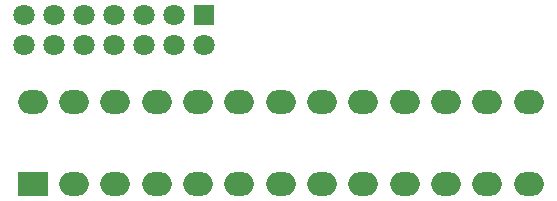
<source format=gbs>
G04 Layer_Color=16711935*
%FSLAX44Y44*%
%MOMM*%
G71*
G01*
G75*
%ADD25R,2.5032X2.0032*%
%ADD26O,2.5032X2.0032*%
%ADD27C,1.8032*%
%ADD28R,1.8032X1.8032*%
D25*
X557380Y530860D02*
D03*
D26*
Y600860D02*
D03*
X592380D02*
D03*
Y530860D02*
D03*
X627380Y600860D02*
D03*
Y530860D02*
D03*
X662380Y600860D02*
D03*
Y530860D02*
D03*
X697380Y600860D02*
D03*
Y530860D02*
D03*
X872380D02*
D03*
Y600860D02*
D03*
X837380Y530860D02*
D03*
Y600860D02*
D03*
X802380Y530860D02*
D03*
Y600860D02*
D03*
X767380Y530860D02*
D03*
Y600860D02*
D03*
X732380D02*
D03*
Y530860D02*
D03*
X907380Y600860D02*
D03*
Y530860D02*
D03*
X942380Y530860D02*
D03*
Y600860D02*
D03*
X977380Y530860D02*
D03*
Y600860D02*
D03*
D27*
X549910Y674370D02*
D03*
X575310D02*
D03*
X600710D02*
D03*
X626110D02*
D03*
X651510D02*
D03*
X676910D02*
D03*
X549910Y648970D02*
D03*
X575310D02*
D03*
X600710D02*
D03*
X626110D02*
D03*
X651510D02*
D03*
X676910D02*
D03*
X702310D02*
D03*
D28*
Y674370D02*
D03*
M02*

</source>
